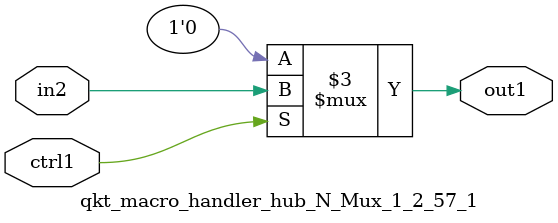
<source format=v>

`timescale 1ps / 1ps


module qkt_macro_handler_hub_N_Mux_1_2_57_1( in2, ctrl1, out1 );

    input in2;
    input ctrl1;
    output out1;
    reg out1;

    
    // rtl_process:qkt_macro_handler_hub_N_Mux_1_2_57_1/qkt_macro_handler_hub_N_Mux_1_2_57_1_thread_1
    always @*
      begin : qkt_macro_handler_hub_N_Mux_1_2_57_1_thread_1
        case (ctrl1) 
          1'b1: 
            begin
              out1 = in2;
            end
          default: 
            begin
              out1 = 1'b0;
            end
        endcase
      end

endmodule



</source>
